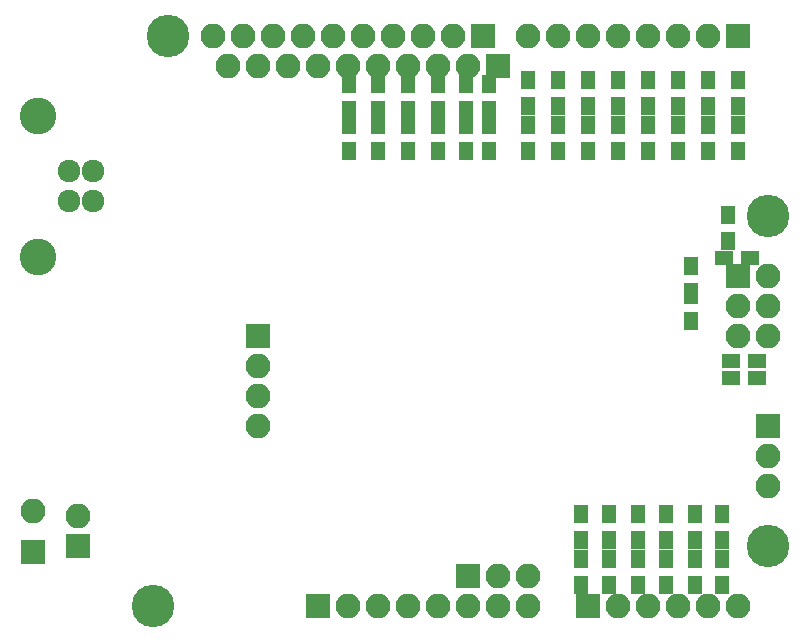
<source format=gbs>
G04 #@! TF.FileFunction,Soldermask,Bot*
%FSLAX46Y46*%
G04 Gerber Fmt 4.6, Leading zero omitted, Abs format (unit mm)*
G04 Created by KiCad (PCBNEW 4.0.6) date 06/05/17 08:14:14*
%MOMM*%
%LPD*%
G01*
G04 APERTURE LIST*
%ADD10C,0.100000*%
%ADD11R,2.100000X2.100000*%
%ADD12O,2.100000X2.100000*%
%ADD13C,1.920000*%
%ADD14C,3.100000*%
%ADD15R,1.300000X1.600000*%
%ADD16R,1.600000X1.300000*%
%ADD17C,3.600000*%
G04 APERTURE END LIST*
D10*
D11*
X165100000Y-129540000D03*
D12*
X167640000Y-129540000D03*
X170180000Y-129540000D03*
X172720000Y-129540000D03*
X175260000Y-129540000D03*
X177800000Y-129540000D03*
D11*
X156210000Y-81280000D03*
D12*
X153670000Y-81280000D03*
X151130000Y-81280000D03*
X148590000Y-81280000D03*
X146050000Y-81280000D03*
X143510000Y-81280000D03*
X140970000Y-81280000D03*
X138430000Y-81280000D03*
X135890000Y-81280000D03*
X133350000Y-81280000D03*
D11*
X177800000Y-81280000D03*
D12*
X175260000Y-81280000D03*
X172720000Y-81280000D03*
X170180000Y-81280000D03*
X167640000Y-81280000D03*
X165100000Y-81280000D03*
X162560000Y-81280000D03*
X160020000Y-81280000D03*
D11*
X142240000Y-129540000D03*
D12*
X144780000Y-129540000D03*
X147320000Y-129540000D03*
X149860000Y-129540000D03*
X152400000Y-129540000D03*
X154940000Y-129540000D03*
X157480000Y-129540000D03*
X160020000Y-129540000D03*
D11*
X154940000Y-127000000D03*
D12*
X157480000Y-127000000D03*
X160020000Y-127000000D03*
D13*
X123190000Y-92710000D03*
X123190000Y-95250000D03*
X121190000Y-95250000D03*
X121190000Y-92710000D03*
D14*
X118490000Y-87980000D03*
X118490000Y-99980000D03*
D11*
X121920000Y-124460000D03*
D12*
X121920000Y-121920000D03*
D11*
X180340000Y-114300000D03*
D12*
X180340000Y-116840000D03*
X180340000Y-119380000D03*
D11*
X177800000Y-101600000D03*
D12*
X180340000Y-101600000D03*
X177800000Y-104140000D03*
X180340000Y-104140000D03*
X177800000Y-106680000D03*
X180340000Y-106680000D03*
D15*
X173786800Y-102954000D03*
X173786800Y-100754000D03*
X176911000Y-98636000D03*
X176911000Y-96436000D03*
D16*
X176573000Y-100076000D03*
X178773000Y-100076000D03*
D15*
X173786800Y-103192400D03*
X173786800Y-105392400D03*
X164465000Y-123909000D03*
X164465000Y-121709000D03*
X166878000Y-123909000D03*
X166878000Y-121709000D03*
X169291000Y-123909000D03*
X169291000Y-121709000D03*
X171704000Y-123909000D03*
X171704000Y-121709000D03*
X174117000Y-123909000D03*
X174117000Y-121709000D03*
X176403000Y-123909000D03*
X176403000Y-121709000D03*
X164465000Y-125519000D03*
X164465000Y-127719000D03*
X166878000Y-125519000D03*
X166878000Y-127719000D03*
X169291000Y-125519000D03*
X169291000Y-127719000D03*
X171704000Y-125519000D03*
X171704000Y-127719000D03*
X174117000Y-125519000D03*
X174117000Y-127719000D03*
X176403000Y-125519000D03*
X176403000Y-127719000D03*
X160020000Y-85006000D03*
X160020000Y-87206000D03*
X162560000Y-85006000D03*
X162560000Y-87206000D03*
X165100000Y-85006000D03*
X165100000Y-87206000D03*
X167640000Y-85006000D03*
X167640000Y-87206000D03*
X170180000Y-85006000D03*
X170180000Y-87206000D03*
X172720000Y-85006000D03*
X172720000Y-87206000D03*
X175260000Y-85006000D03*
X175260000Y-87206000D03*
X177800000Y-85006000D03*
X177800000Y-87206000D03*
X144843500Y-85323500D03*
X144843500Y-87523500D03*
X147320000Y-85323500D03*
X147320000Y-87523500D03*
X149860000Y-85323500D03*
X149860000Y-87523500D03*
X152400000Y-85323500D03*
X152400000Y-87523500D03*
X154749500Y-85323500D03*
X154749500Y-87523500D03*
X156718000Y-85323500D03*
X156718000Y-87523500D03*
X160020000Y-88816000D03*
X160020000Y-91016000D03*
X144843500Y-88816000D03*
X144843500Y-91016000D03*
X162560000Y-88816000D03*
X162560000Y-91016000D03*
X147320000Y-88816000D03*
X147320000Y-91016000D03*
X165100000Y-88816000D03*
X165100000Y-91016000D03*
X149860000Y-88816000D03*
X149860000Y-91016000D03*
X167640000Y-88816000D03*
X167640000Y-91016000D03*
X152400000Y-88816000D03*
X152400000Y-91016000D03*
X170180000Y-88816000D03*
X170180000Y-91016000D03*
X154749500Y-88816000D03*
X154749500Y-91016000D03*
X172720000Y-88816000D03*
X172720000Y-91016000D03*
X156718000Y-88816000D03*
X156718000Y-91016000D03*
X175260000Y-88816000D03*
X175260000Y-91016000D03*
X177800000Y-88816000D03*
X177800000Y-91016000D03*
D16*
X179382600Y-108788200D03*
X177182600Y-108788200D03*
X177182600Y-110159800D03*
X179382600Y-110159800D03*
D17*
X129540000Y-81280000D03*
X128270000Y-129540000D03*
X180340000Y-96520000D03*
X180340000Y-124460000D03*
D11*
X157480000Y-83820000D03*
D12*
X154940000Y-83820000D03*
X152400000Y-83820000D03*
X149860000Y-83820000D03*
X147320000Y-83820000D03*
X144780000Y-83820000D03*
X142240000Y-83820000D03*
X139700000Y-83820000D03*
X137160000Y-83820000D03*
X134620000Y-83820000D03*
D11*
X137160000Y-106680000D03*
D12*
X137160000Y-109220000D03*
X137160000Y-111760000D03*
X137160000Y-114300000D03*
D11*
X118110000Y-124968000D03*
D12*
X118110000Y-121468000D03*
M02*

</source>
